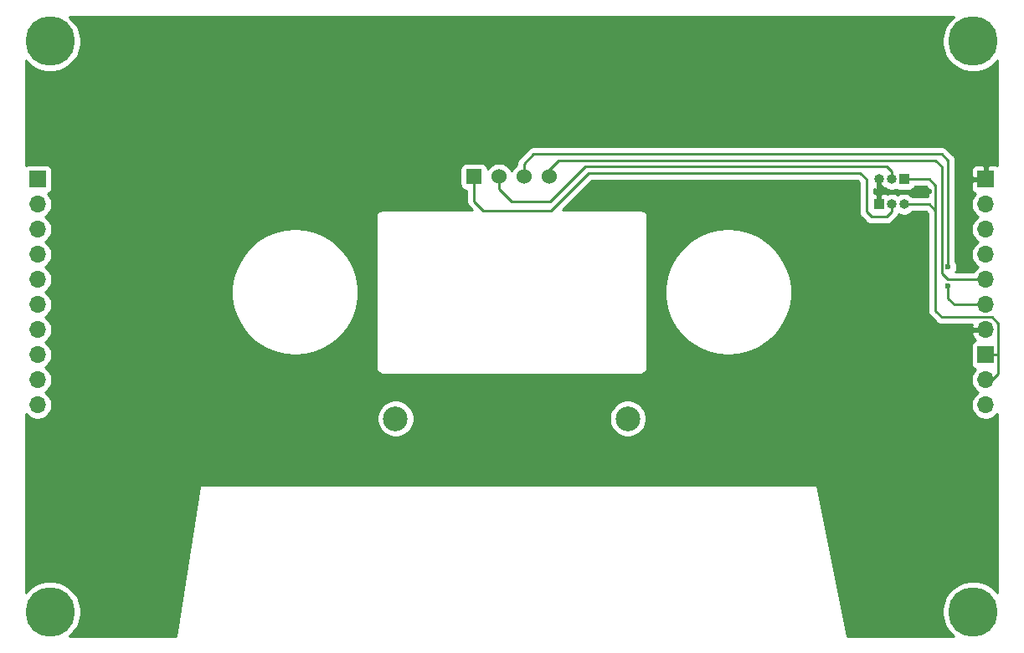
<source format=gbl>
G04 #@! TF.GenerationSoftware,KiCad,Pcbnew,(5.1.8)-1*
G04 #@! TF.CreationDate,2022-02-20T19:10:46+01:00*
G04 #@! TF.ProjectId,PlayOnTape Faceplate A1,506c6179-4f6e-4546-9170-652046616365,rev?*
G04 #@! TF.SameCoordinates,Original*
G04 #@! TF.FileFunction,Copper,L2,Bot*
G04 #@! TF.FilePolarity,Positive*
%FSLAX46Y46*%
G04 Gerber Fmt 4.6, Leading zero omitted, Abs format (unit mm)*
G04 Created by KiCad (PCBNEW (5.1.8)-1) date 2022-02-20 19:10:46*
%MOMM*%
%LPD*%
G01*
G04 APERTURE LIST*
G04 #@! TA.AperFunction,ComponentPad*
%ADD10O,1.700000X1.700000*%
G04 #@! TD*
G04 #@! TA.AperFunction,ComponentPad*
%ADD11R,1.700000X1.700000*%
G04 #@! TD*
G04 #@! TA.AperFunction,WasherPad*
%ADD12C,2.500000*%
G04 #@! TD*
G04 #@! TA.AperFunction,ComponentPad*
%ADD13R,1.524000X1.524000*%
G04 #@! TD*
G04 #@! TA.AperFunction,ComponentPad*
%ADD14C,1.524000*%
G04 #@! TD*
G04 #@! TA.AperFunction,ComponentPad*
%ADD15C,5.000000*%
G04 #@! TD*
G04 #@! TA.AperFunction,SMDPad,CuDef*
%ADD16O,1.000000X1.000000*%
G04 #@! TD*
G04 #@! TA.AperFunction,SMDPad,CuDef*
%ADD17R,1.000000X1.000000*%
G04 #@! TD*
G04 #@! TA.AperFunction,ViaPad*
%ADD18C,0.600000*%
G04 #@! TD*
G04 #@! TA.AperFunction,Conductor*
%ADD19C,0.250000*%
G04 #@! TD*
G04 #@! TA.AperFunction,Conductor*
%ADD20C,0.254000*%
G04 #@! TD*
G04 #@! TA.AperFunction,Conductor*
%ADD21C,0.100000*%
G04 #@! TD*
G04 APERTURE END LIST*
D10*
X72390000Y-118110000D03*
X72390000Y-115570000D03*
X72390000Y-113030000D03*
X72390000Y-110490000D03*
X72390000Y-107950000D03*
X72390000Y-105410000D03*
X72390000Y-102870000D03*
X72390000Y-100330000D03*
X72390000Y-97790000D03*
D11*
X72390000Y-95250000D03*
D12*
X132085000Y-119500000D03*
X108585000Y-119500000D03*
D13*
X116525000Y-95000000D03*
D14*
X119065000Y-95000000D03*
X121605000Y-95000000D03*
X124145000Y-95000000D03*
D11*
X168275000Y-95250000D03*
D10*
X168275000Y-97790000D03*
X168275000Y-100330000D03*
X168275000Y-102870000D03*
X168275000Y-105410000D03*
X168275000Y-107950000D03*
X168275000Y-110490000D03*
D15*
X73660000Y-139065000D03*
X167005000Y-139065000D03*
X167005000Y-81280000D03*
X73660000Y-81280000D03*
D11*
X168275000Y-113030000D03*
D10*
X168275000Y-115570000D03*
X168275000Y-118110000D03*
D16*
X157480000Y-95250000D03*
X158750000Y-95250000D03*
D17*
X160020000Y-95250000D03*
X157480000Y-97790000D03*
D16*
X158750000Y-97790000D03*
X160020000Y-97790000D03*
D18*
X162560000Y-96520000D03*
X164465000Y-106045000D03*
X164465000Y-104140000D03*
D19*
X158242000Y-96520000D02*
X162560000Y-96520000D01*
X157480000Y-95758000D02*
X158242000Y-96520000D01*
X157480000Y-95250000D02*
X157480000Y-95758000D01*
X124145000Y-94295000D02*
X124145000Y-95000000D01*
X125095000Y-93345000D02*
X124145000Y-94295000D01*
X163195000Y-93345000D02*
X125095000Y-93345000D01*
X163830000Y-93980000D02*
X163195000Y-93345000D01*
X163830000Y-104775000D02*
X163830000Y-93980000D01*
X164465000Y-105410000D02*
X163830000Y-104775000D01*
X168275000Y-105410000D02*
X164465000Y-105410000D01*
X168275000Y-107950000D02*
X165100000Y-107950000D01*
X164465000Y-107315000D02*
X164465000Y-106045000D01*
X165100000Y-107950000D02*
X164465000Y-107315000D01*
X121605000Y-93660000D02*
X121605000Y-95000000D01*
X122555000Y-92710000D02*
X121605000Y-93660000D01*
X163830000Y-92710000D02*
X122555000Y-92710000D01*
X164465000Y-93345000D02*
X163830000Y-92710000D01*
X164465000Y-104140000D02*
X164465000Y-93345000D01*
X168275000Y-113030000D02*
X169545000Y-113030000D01*
X169545000Y-114935000D02*
X168910000Y-115570000D01*
X169545000Y-113030000D02*
X169545000Y-114935000D01*
X168910000Y-115570000D02*
X168275000Y-115570000D01*
X163830000Y-109220000D02*
X168910000Y-109220000D01*
X168910000Y-109220000D02*
X169545000Y-109855000D01*
X163195000Y-108585000D02*
X163830000Y-109220000D01*
X169545000Y-109855000D02*
X169545000Y-113030000D01*
X162560000Y-97790000D02*
X163195000Y-98425000D01*
X160020000Y-97790000D02*
X162560000Y-97790000D01*
X160020000Y-95250000D02*
X162560000Y-95250000D01*
X163195000Y-95885000D02*
X163195000Y-98679000D01*
X162560000Y-95250000D02*
X163195000Y-95885000D01*
X163195000Y-98679000D02*
X163195000Y-108585000D01*
X163195000Y-98425000D02*
X163195000Y-98679000D01*
X117475000Y-98425000D02*
X116525000Y-97475000D01*
X124333000Y-98425000D02*
X117475000Y-98425000D01*
X128143000Y-94615000D02*
X124333000Y-98425000D01*
X116525000Y-97475000D02*
X116525000Y-95000000D01*
X156210000Y-95250000D02*
X155575000Y-94615000D01*
X156210000Y-98552000D02*
X156210000Y-95250000D01*
X156718000Y-99060000D02*
X156210000Y-98552000D01*
X155575000Y-94615000D02*
X128143000Y-94615000D01*
X158750000Y-98552000D02*
X158242000Y-99060000D01*
X158242000Y-99060000D02*
X156718000Y-99060000D01*
X158750000Y-97790000D02*
X158750000Y-98552000D01*
X158750000Y-95250000D02*
X158750000Y-94488000D01*
X158750000Y-94488000D02*
X158242000Y-93980000D01*
X158242000Y-93980000D02*
X157988000Y-93980000D01*
X158115000Y-93980000D02*
X157988000Y-93980000D01*
X119065000Y-96205000D02*
X119065000Y-95000000D01*
X120335000Y-97475000D02*
X119065000Y-96205000D01*
X124269500Y-97475000D02*
X120335000Y-97475000D01*
X127764500Y-93980000D02*
X124269500Y-97475000D01*
X157988000Y-93980000D02*
X127764500Y-93980000D01*
D20*
X165006554Y-78844886D02*
X164569886Y-79281554D01*
X164226799Y-79795021D01*
X163990476Y-80365554D01*
X163870000Y-80971229D01*
X163870000Y-81588771D01*
X163990476Y-82194446D01*
X164226799Y-82764979D01*
X164569886Y-83278446D01*
X165006554Y-83715114D01*
X165520021Y-84058201D01*
X166090554Y-84294524D01*
X166696229Y-84415000D01*
X167313771Y-84415000D01*
X167919446Y-84294524D01*
X168489979Y-84058201D01*
X169003446Y-83715114D01*
X169440114Y-83278446D01*
X169470001Y-83233717D01*
X169470001Y-93864389D01*
X169369180Y-93810498D01*
X169249482Y-93774188D01*
X169125000Y-93761928D01*
X168560750Y-93765000D01*
X168402000Y-93923750D01*
X168402000Y-95123000D01*
X168422000Y-95123000D01*
X168422000Y-95377000D01*
X168402000Y-95377000D01*
X168402000Y-95397000D01*
X168148000Y-95397000D01*
X168148000Y-95377000D01*
X166948750Y-95377000D01*
X166790000Y-95535750D01*
X166786928Y-96100000D01*
X166799188Y-96224482D01*
X166835498Y-96344180D01*
X166894463Y-96454494D01*
X166973815Y-96551185D01*
X167070506Y-96630537D01*
X167180820Y-96689502D01*
X167253380Y-96711513D01*
X167121525Y-96843368D01*
X166959010Y-97086589D01*
X166847068Y-97356842D01*
X166790000Y-97643740D01*
X166790000Y-97936260D01*
X166847068Y-98223158D01*
X166959010Y-98493411D01*
X167121525Y-98736632D01*
X167328368Y-98943475D01*
X167502760Y-99060000D01*
X167328368Y-99176525D01*
X167121525Y-99383368D01*
X166959010Y-99626589D01*
X166847068Y-99896842D01*
X166790000Y-100183740D01*
X166790000Y-100476260D01*
X166847068Y-100763158D01*
X166959010Y-101033411D01*
X167121525Y-101276632D01*
X167328368Y-101483475D01*
X167502760Y-101600000D01*
X167328368Y-101716525D01*
X167121525Y-101923368D01*
X166959010Y-102166589D01*
X166847068Y-102436842D01*
X166790000Y-102723740D01*
X166790000Y-103016260D01*
X166847068Y-103303158D01*
X166959010Y-103573411D01*
X167121525Y-103816632D01*
X167328368Y-104023475D01*
X167502760Y-104140000D01*
X167328368Y-104256525D01*
X167121525Y-104463368D01*
X166996822Y-104650000D01*
X165248744Y-104650000D01*
X165293586Y-104582889D01*
X165364068Y-104412729D01*
X165400000Y-104232089D01*
X165400000Y-104047911D01*
X165364068Y-103867271D01*
X165293586Y-103697111D01*
X165225000Y-103594465D01*
X165225000Y-94400000D01*
X166786928Y-94400000D01*
X166790000Y-94964250D01*
X166948750Y-95123000D01*
X168148000Y-95123000D01*
X168148000Y-93923750D01*
X167989250Y-93765000D01*
X167425000Y-93761928D01*
X167300518Y-93774188D01*
X167180820Y-93810498D01*
X167070506Y-93869463D01*
X166973815Y-93948815D01*
X166894463Y-94045506D01*
X166835498Y-94155820D01*
X166799188Y-94275518D01*
X166786928Y-94400000D01*
X165225000Y-94400000D01*
X165225000Y-93382333D01*
X165228677Y-93345000D01*
X165214003Y-93196014D01*
X165170546Y-93052753D01*
X165099974Y-92920724D01*
X165028799Y-92833997D01*
X165005001Y-92804999D01*
X164976002Y-92781200D01*
X164393803Y-92199002D01*
X164370001Y-92169999D01*
X164254276Y-92075026D01*
X164122247Y-92004454D01*
X163978986Y-91960997D01*
X163867333Y-91950000D01*
X163867322Y-91950000D01*
X163830000Y-91946324D01*
X163792678Y-91950000D01*
X122592323Y-91950000D01*
X122555000Y-91946324D01*
X122517677Y-91950000D01*
X122517667Y-91950000D01*
X122406014Y-91960997D01*
X122262753Y-92004454D01*
X122130723Y-92075026D01*
X122047083Y-92143668D01*
X122014999Y-92169999D01*
X121991201Y-92198997D01*
X121094002Y-93096196D01*
X121064999Y-93119999D01*
X121009871Y-93187174D01*
X120970026Y-93235724D01*
X120911602Y-93345027D01*
X120899454Y-93367754D01*
X120855997Y-93511015D01*
X120845000Y-93622668D01*
X120845000Y-93622678D01*
X120841324Y-93660000D01*
X120845000Y-93697323D01*
X120845000Y-93827659D01*
X120714465Y-93914880D01*
X120519880Y-94109465D01*
X120366995Y-94338273D01*
X120335000Y-94415515D01*
X120303005Y-94338273D01*
X120150120Y-94109465D01*
X119955535Y-93914880D01*
X119726727Y-93761995D01*
X119472490Y-93656686D01*
X119202592Y-93603000D01*
X118927408Y-93603000D01*
X118657510Y-93656686D01*
X118403273Y-93761995D01*
X118174465Y-93914880D01*
X117979880Y-94109465D01*
X117921080Y-94197465D01*
X117912812Y-94113518D01*
X117876502Y-93993820D01*
X117817537Y-93883506D01*
X117738185Y-93786815D01*
X117641494Y-93707463D01*
X117531180Y-93648498D01*
X117411482Y-93612188D01*
X117287000Y-93599928D01*
X115763000Y-93599928D01*
X115638518Y-93612188D01*
X115518820Y-93648498D01*
X115408506Y-93707463D01*
X115311815Y-93786815D01*
X115232463Y-93883506D01*
X115173498Y-93993820D01*
X115137188Y-94113518D01*
X115124928Y-94238000D01*
X115124928Y-95762000D01*
X115137188Y-95886482D01*
X115173498Y-96006180D01*
X115232463Y-96116494D01*
X115311815Y-96213185D01*
X115408506Y-96292537D01*
X115518820Y-96351502D01*
X115638518Y-96387812D01*
X115763000Y-96400072D01*
X115765000Y-96400072D01*
X115765000Y-97437677D01*
X115761324Y-97475000D01*
X115765000Y-97512322D01*
X115765000Y-97512332D01*
X115775997Y-97623985D01*
X115804957Y-97719454D01*
X115819454Y-97767246D01*
X115890026Y-97899276D01*
X115922615Y-97938985D01*
X115984999Y-98015001D01*
X116014002Y-98038804D01*
X116325199Y-98350000D01*
X107349877Y-98350000D01*
X107315000Y-98346565D01*
X107280123Y-98350000D01*
X107175816Y-98360273D01*
X107041980Y-98400872D01*
X106918637Y-98466800D01*
X106810525Y-98555525D01*
X106721800Y-98663637D01*
X106655872Y-98786980D01*
X106615273Y-98920816D01*
X106601565Y-99060000D01*
X106605001Y-99094887D01*
X106605000Y-114265123D01*
X106601565Y-114300000D01*
X106615273Y-114439184D01*
X106655872Y-114573020D01*
X106721800Y-114696363D01*
X106810525Y-114804475D01*
X106918637Y-114893200D01*
X107041980Y-114959128D01*
X107175816Y-114999727D01*
X107315000Y-115013435D01*
X107349877Y-115010000D01*
X133315123Y-115010000D01*
X133350000Y-115013435D01*
X133384877Y-115010000D01*
X133489184Y-114999727D01*
X133623020Y-114959128D01*
X133746363Y-114893200D01*
X133854475Y-114804475D01*
X133943200Y-114696363D01*
X134009128Y-114573020D01*
X134049727Y-114439184D01*
X134063435Y-114300000D01*
X134060000Y-114265123D01*
X134060000Y-106147776D01*
X135817013Y-106147776D01*
X135817013Y-107212224D01*
X135992215Y-108262154D01*
X136337841Y-109268927D01*
X136844462Y-110205081D01*
X137498259Y-111045080D01*
X138281399Y-111766011D01*
X139172519Y-112348208D01*
X140147312Y-112775792D01*
X141179188Y-113037099D01*
X142240000Y-113125000D01*
X143300812Y-113037099D01*
X144332688Y-112775792D01*
X145307481Y-112348208D01*
X146198601Y-111766011D01*
X146981741Y-111045080D01*
X147635538Y-110205081D01*
X148142159Y-109268927D01*
X148487785Y-108262154D01*
X148662987Y-107212224D01*
X148662987Y-106147776D01*
X148487785Y-105097846D01*
X148142159Y-104091073D01*
X147635538Y-103154919D01*
X146981741Y-102314920D01*
X146198601Y-101593989D01*
X145307481Y-101011792D01*
X144332688Y-100584208D01*
X143300812Y-100322901D01*
X142240000Y-100235000D01*
X141179188Y-100322901D01*
X140147312Y-100584208D01*
X139172519Y-101011792D01*
X138281399Y-101593989D01*
X137498259Y-102314920D01*
X136844462Y-103154919D01*
X136337841Y-104091073D01*
X135992215Y-105097846D01*
X135817013Y-106147776D01*
X134060000Y-106147776D01*
X134060000Y-99094877D01*
X134063435Y-99060000D01*
X134049727Y-98920816D01*
X134009128Y-98786980D01*
X133943200Y-98663637D01*
X133854475Y-98555525D01*
X133746363Y-98466800D01*
X133623020Y-98400872D01*
X133489184Y-98360273D01*
X133384877Y-98350000D01*
X133350000Y-98346565D01*
X133315123Y-98350000D01*
X125482801Y-98350000D01*
X128457802Y-95375000D01*
X155260199Y-95375000D01*
X155450001Y-95564803D01*
X155450000Y-98514677D01*
X155446324Y-98552000D01*
X155450000Y-98589322D01*
X155450000Y-98589332D01*
X155460997Y-98700985D01*
X155489766Y-98795824D01*
X155504454Y-98844246D01*
X155575026Y-98976276D01*
X155605994Y-99014010D01*
X155669999Y-99092001D01*
X155699002Y-99115803D01*
X156154200Y-99571002D01*
X156177999Y-99600001D01*
X156293724Y-99694974D01*
X156425753Y-99765546D01*
X156569014Y-99809003D01*
X156680667Y-99820000D01*
X156680676Y-99820000D01*
X156717999Y-99823676D01*
X156755322Y-99820000D01*
X158204678Y-99820000D01*
X158242000Y-99823676D01*
X158279322Y-99820000D01*
X158279333Y-99820000D01*
X158390986Y-99809003D01*
X158534247Y-99765546D01*
X158666276Y-99694974D01*
X158782001Y-99600001D01*
X158805803Y-99570998D01*
X159261002Y-99115800D01*
X159290001Y-99092001D01*
X159384974Y-98976276D01*
X159455546Y-98844247D01*
X159472281Y-98789079D01*
X159482376Y-98795824D01*
X159688933Y-98881383D01*
X159908212Y-98925000D01*
X160131788Y-98925000D01*
X160351067Y-98881383D01*
X160557624Y-98795824D01*
X160743520Y-98671612D01*
X160865132Y-98550000D01*
X162245199Y-98550000D01*
X162435000Y-98739802D01*
X162435001Y-108547668D01*
X162431324Y-108585000D01*
X162435001Y-108622333D01*
X162442553Y-108699003D01*
X162445998Y-108733985D01*
X162489454Y-108877246D01*
X162560026Y-109009276D01*
X162627361Y-109091323D01*
X162655000Y-109125001D01*
X162683998Y-109148799D01*
X163266200Y-109731002D01*
X163289999Y-109760001D01*
X163405724Y-109854974D01*
X163537753Y-109925546D01*
X163681014Y-109969003D01*
X163830000Y-109983677D01*
X163867333Y-109980000D01*
X166880986Y-109980000D01*
X166878175Y-109985901D01*
X166833524Y-110133110D01*
X166954845Y-110363000D01*
X168148000Y-110363000D01*
X168148000Y-110343000D01*
X168402000Y-110343000D01*
X168402000Y-110363000D01*
X168422000Y-110363000D01*
X168422000Y-110617000D01*
X168402000Y-110617000D01*
X168402000Y-110637000D01*
X168148000Y-110637000D01*
X168148000Y-110617000D01*
X166954845Y-110617000D01*
X166833524Y-110846890D01*
X166878175Y-110994099D01*
X167003359Y-111256920D01*
X167177412Y-111490269D01*
X167261466Y-111566034D01*
X167180820Y-111590498D01*
X167070506Y-111649463D01*
X166973815Y-111728815D01*
X166894463Y-111825506D01*
X166835498Y-111935820D01*
X166799188Y-112055518D01*
X166786928Y-112180000D01*
X166786928Y-113880000D01*
X166799188Y-114004482D01*
X166835498Y-114124180D01*
X166894463Y-114234494D01*
X166973815Y-114331185D01*
X167070506Y-114410537D01*
X167180820Y-114469502D01*
X167253380Y-114491513D01*
X167121525Y-114623368D01*
X166959010Y-114866589D01*
X166847068Y-115136842D01*
X166790000Y-115423740D01*
X166790000Y-115716260D01*
X166847068Y-116003158D01*
X166959010Y-116273411D01*
X167121525Y-116516632D01*
X167328368Y-116723475D01*
X167502760Y-116840000D01*
X167328368Y-116956525D01*
X167121525Y-117163368D01*
X166959010Y-117406589D01*
X166847068Y-117676842D01*
X166790000Y-117963740D01*
X166790000Y-118256260D01*
X166847068Y-118543158D01*
X166959010Y-118813411D01*
X167121525Y-119056632D01*
X167328368Y-119263475D01*
X167571589Y-119425990D01*
X167841842Y-119537932D01*
X168128740Y-119595000D01*
X168421260Y-119595000D01*
X168708158Y-119537932D01*
X168978411Y-119425990D01*
X169221632Y-119263475D01*
X169428475Y-119056632D01*
X169470000Y-118994485D01*
X169470000Y-137111282D01*
X169440114Y-137066554D01*
X169003446Y-136629886D01*
X168489979Y-136286799D01*
X167919446Y-136050476D01*
X167313771Y-135930000D01*
X166696229Y-135930000D01*
X166090554Y-136050476D01*
X165520021Y-136286799D01*
X165006554Y-136629886D01*
X164569886Y-137066554D01*
X164226799Y-137580021D01*
X163990476Y-138150554D01*
X163870000Y-138756229D01*
X163870000Y-139373771D01*
X163990476Y-139979446D01*
X164226799Y-140549979D01*
X164569886Y-141063446D01*
X165006554Y-141500114D01*
X165051282Y-141530000D01*
X154292515Y-141530000D01*
X151254534Y-126340093D01*
X151247333Y-126316399D01*
X151235597Y-126294443D01*
X151219803Y-126275197D01*
X151200557Y-126259403D01*
X151178601Y-126247667D01*
X151154776Y-126240440D01*
X151130000Y-126238000D01*
X88900000Y-126238000D01*
X88870547Y-126241462D01*
X88847012Y-126249582D01*
X88825513Y-126262137D01*
X88806877Y-126278645D01*
X88791819Y-126298472D01*
X88780919Y-126320855D01*
X88774595Y-126344935D01*
X86344985Y-141530000D01*
X75613718Y-141530000D01*
X75658446Y-141500114D01*
X76095114Y-141063446D01*
X76438201Y-140549979D01*
X76674524Y-139979446D01*
X76795000Y-139373771D01*
X76795000Y-138756229D01*
X76674524Y-138150554D01*
X76438201Y-137580021D01*
X76095114Y-137066554D01*
X75658446Y-136629886D01*
X75144979Y-136286799D01*
X74574446Y-136050476D01*
X73968771Y-135930000D01*
X73351229Y-135930000D01*
X72745554Y-136050476D01*
X72175021Y-136286799D01*
X71661554Y-136629886D01*
X71224886Y-137066554D01*
X71195000Y-137111282D01*
X71195000Y-118994485D01*
X71236525Y-119056632D01*
X71443368Y-119263475D01*
X71686589Y-119425990D01*
X71956842Y-119537932D01*
X72243740Y-119595000D01*
X72536260Y-119595000D01*
X72823158Y-119537932D01*
X73093411Y-119425990D01*
X73260501Y-119314344D01*
X106700000Y-119314344D01*
X106700000Y-119685656D01*
X106772439Y-120049834D01*
X106914534Y-120392882D01*
X107120825Y-120701618D01*
X107383382Y-120964175D01*
X107692118Y-121170466D01*
X108035166Y-121312561D01*
X108399344Y-121385000D01*
X108770656Y-121385000D01*
X109134834Y-121312561D01*
X109477882Y-121170466D01*
X109786618Y-120964175D01*
X110049175Y-120701618D01*
X110255466Y-120392882D01*
X110397561Y-120049834D01*
X110470000Y-119685656D01*
X110470000Y-119314344D01*
X130200000Y-119314344D01*
X130200000Y-119685656D01*
X130272439Y-120049834D01*
X130414534Y-120392882D01*
X130620825Y-120701618D01*
X130883382Y-120964175D01*
X131192118Y-121170466D01*
X131535166Y-121312561D01*
X131899344Y-121385000D01*
X132270656Y-121385000D01*
X132634834Y-121312561D01*
X132977882Y-121170466D01*
X133286618Y-120964175D01*
X133549175Y-120701618D01*
X133755466Y-120392882D01*
X133897561Y-120049834D01*
X133970000Y-119685656D01*
X133970000Y-119314344D01*
X133897561Y-118950166D01*
X133755466Y-118607118D01*
X133549175Y-118298382D01*
X133286618Y-118035825D01*
X132977882Y-117829534D01*
X132634834Y-117687439D01*
X132270656Y-117615000D01*
X131899344Y-117615000D01*
X131535166Y-117687439D01*
X131192118Y-117829534D01*
X130883382Y-118035825D01*
X130620825Y-118298382D01*
X130414534Y-118607118D01*
X130272439Y-118950166D01*
X130200000Y-119314344D01*
X110470000Y-119314344D01*
X110397561Y-118950166D01*
X110255466Y-118607118D01*
X110049175Y-118298382D01*
X109786618Y-118035825D01*
X109477882Y-117829534D01*
X109134834Y-117687439D01*
X108770656Y-117615000D01*
X108399344Y-117615000D01*
X108035166Y-117687439D01*
X107692118Y-117829534D01*
X107383382Y-118035825D01*
X107120825Y-118298382D01*
X106914534Y-118607118D01*
X106772439Y-118950166D01*
X106700000Y-119314344D01*
X73260501Y-119314344D01*
X73336632Y-119263475D01*
X73543475Y-119056632D01*
X73705990Y-118813411D01*
X73817932Y-118543158D01*
X73875000Y-118256260D01*
X73875000Y-117963740D01*
X73817932Y-117676842D01*
X73705990Y-117406589D01*
X73543475Y-117163368D01*
X73336632Y-116956525D01*
X73162240Y-116840000D01*
X73336632Y-116723475D01*
X73543475Y-116516632D01*
X73705990Y-116273411D01*
X73817932Y-116003158D01*
X73875000Y-115716260D01*
X73875000Y-115423740D01*
X73817932Y-115136842D01*
X73705990Y-114866589D01*
X73543475Y-114623368D01*
X73336632Y-114416525D01*
X73162240Y-114300000D01*
X73336632Y-114183475D01*
X73543475Y-113976632D01*
X73705990Y-113733411D01*
X73817932Y-113463158D01*
X73875000Y-113176260D01*
X73875000Y-112883740D01*
X73817932Y-112596842D01*
X73705990Y-112326589D01*
X73543475Y-112083368D01*
X73336632Y-111876525D01*
X73162240Y-111760000D01*
X73336632Y-111643475D01*
X73543475Y-111436632D01*
X73705990Y-111193411D01*
X73817932Y-110923158D01*
X73875000Y-110636260D01*
X73875000Y-110343740D01*
X73817932Y-110056842D01*
X73705990Y-109786589D01*
X73543475Y-109543368D01*
X73336632Y-109336525D01*
X73162240Y-109220000D01*
X73336632Y-109103475D01*
X73543475Y-108896632D01*
X73705990Y-108653411D01*
X73817932Y-108383158D01*
X73875000Y-108096260D01*
X73875000Y-107803740D01*
X73817932Y-107516842D01*
X73705990Y-107246589D01*
X73543475Y-107003368D01*
X73336632Y-106796525D01*
X73162240Y-106680000D01*
X73336632Y-106563475D01*
X73543475Y-106356632D01*
X73683028Y-106147776D01*
X92002013Y-106147776D01*
X92002013Y-107212224D01*
X92177215Y-108262154D01*
X92522841Y-109268927D01*
X93029462Y-110205081D01*
X93683259Y-111045080D01*
X94466399Y-111766011D01*
X95357519Y-112348208D01*
X96332312Y-112775792D01*
X97364188Y-113037099D01*
X98425000Y-113125000D01*
X99485812Y-113037099D01*
X100517688Y-112775792D01*
X101492481Y-112348208D01*
X102383601Y-111766011D01*
X103166741Y-111045080D01*
X103820538Y-110205081D01*
X104327159Y-109268927D01*
X104672785Y-108262154D01*
X104847987Y-107212224D01*
X104847987Y-106147776D01*
X104672785Y-105097846D01*
X104327159Y-104091073D01*
X103820538Y-103154919D01*
X103166741Y-102314920D01*
X102383601Y-101593989D01*
X101492481Y-101011792D01*
X100517688Y-100584208D01*
X99485812Y-100322901D01*
X98425000Y-100235000D01*
X97364188Y-100322901D01*
X96332312Y-100584208D01*
X95357519Y-101011792D01*
X94466399Y-101593989D01*
X93683259Y-102314920D01*
X93029462Y-103154919D01*
X92522841Y-104091073D01*
X92177215Y-105097846D01*
X92002013Y-106147776D01*
X73683028Y-106147776D01*
X73705990Y-106113411D01*
X73817932Y-105843158D01*
X73875000Y-105556260D01*
X73875000Y-105263740D01*
X73817932Y-104976842D01*
X73705990Y-104706589D01*
X73543475Y-104463368D01*
X73336632Y-104256525D01*
X73162240Y-104140000D01*
X73336632Y-104023475D01*
X73543475Y-103816632D01*
X73705990Y-103573411D01*
X73817932Y-103303158D01*
X73875000Y-103016260D01*
X73875000Y-102723740D01*
X73817932Y-102436842D01*
X73705990Y-102166589D01*
X73543475Y-101923368D01*
X73336632Y-101716525D01*
X73162240Y-101600000D01*
X73336632Y-101483475D01*
X73543475Y-101276632D01*
X73705990Y-101033411D01*
X73817932Y-100763158D01*
X73875000Y-100476260D01*
X73875000Y-100183740D01*
X73817932Y-99896842D01*
X73705990Y-99626589D01*
X73543475Y-99383368D01*
X73336632Y-99176525D01*
X73162240Y-99060000D01*
X73336632Y-98943475D01*
X73543475Y-98736632D01*
X73705990Y-98493411D01*
X73817932Y-98223158D01*
X73875000Y-97936260D01*
X73875000Y-97643740D01*
X73817932Y-97356842D01*
X73705990Y-97086589D01*
X73543475Y-96843368D01*
X73411620Y-96711513D01*
X73484180Y-96689502D01*
X73594494Y-96630537D01*
X73691185Y-96551185D01*
X73770537Y-96454494D01*
X73829502Y-96344180D01*
X73865812Y-96224482D01*
X73878072Y-96100000D01*
X73878072Y-94400000D01*
X73865812Y-94275518D01*
X73829502Y-94155820D01*
X73770537Y-94045506D01*
X73691185Y-93948815D01*
X73594494Y-93869463D01*
X73484180Y-93810498D01*
X73364482Y-93774188D01*
X73240000Y-93761928D01*
X71540000Y-93761928D01*
X71415518Y-93774188D01*
X71295820Y-93810498D01*
X71195000Y-93864388D01*
X71195000Y-83233718D01*
X71224886Y-83278446D01*
X71661554Y-83715114D01*
X72175021Y-84058201D01*
X72745554Y-84294524D01*
X73351229Y-84415000D01*
X73968771Y-84415000D01*
X74574446Y-84294524D01*
X75144979Y-84058201D01*
X75658446Y-83715114D01*
X76095114Y-83278446D01*
X76438201Y-82764979D01*
X76674524Y-82194446D01*
X76795000Y-81588771D01*
X76795000Y-80971229D01*
X76674524Y-80365554D01*
X76438201Y-79795021D01*
X76095114Y-79281554D01*
X75658446Y-78844886D01*
X75613718Y-78815000D01*
X165051282Y-78815000D01*
X165006554Y-78844886D01*
G04 #@! TA.AperFunction,Conductor*
D21*
G36*
X165006554Y-78844886D02*
G01*
X164569886Y-79281554D01*
X164226799Y-79795021D01*
X163990476Y-80365554D01*
X163870000Y-80971229D01*
X163870000Y-81588771D01*
X163990476Y-82194446D01*
X164226799Y-82764979D01*
X164569886Y-83278446D01*
X165006554Y-83715114D01*
X165520021Y-84058201D01*
X166090554Y-84294524D01*
X166696229Y-84415000D01*
X167313771Y-84415000D01*
X167919446Y-84294524D01*
X168489979Y-84058201D01*
X169003446Y-83715114D01*
X169440114Y-83278446D01*
X169470001Y-83233717D01*
X169470001Y-93864389D01*
X169369180Y-93810498D01*
X169249482Y-93774188D01*
X169125000Y-93761928D01*
X168560750Y-93765000D01*
X168402000Y-93923750D01*
X168402000Y-95123000D01*
X168422000Y-95123000D01*
X168422000Y-95377000D01*
X168402000Y-95377000D01*
X168402000Y-95397000D01*
X168148000Y-95397000D01*
X168148000Y-95377000D01*
X166948750Y-95377000D01*
X166790000Y-95535750D01*
X166786928Y-96100000D01*
X166799188Y-96224482D01*
X166835498Y-96344180D01*
X166894463Y-96454494D01*
X166973815Y-96551185D01*
X167070506Y-96630537D01*
X167180820Y-96689502D01*
X167253380Y-96711513D01*
X167121525Y-96843368D01*
X166959010Y-97086589D01*
X166847068Y-97356842D01*
X166790000Y-97643740D01*
X166790000Y-97936260D01*
X166847068Y-98223158D01*
X166959010Y-98493411D01*
X167121525Y-98736632D01*
X167328368Y-98943475D01*
X167502760Y-99060000D01*
X167328368Y-99176525D01*
X167121525Y-99383368D01*
X166959010Y-99626589D01*
X166847068Y-99896842D01*
X166790000Y-100183740D01*
X166790000Y-100476260D01*
X166847068Y-100763158D01*
X166959010Y-101033411D01*
X167121525Y-101276632D01*
X167328368Y-101483475D01*
X167502760Y-101600000D01*
X167328368Y-101716525D01*
X167121525Y-101923368D01*
X166959010Y-102166589D01*
X166847068Y-102436842D01*
X166790000Y-102723740D01*
X166790000Y-103016260D01*
X166847068Y-103303158D01*
X166959010Y-103573411D01*
X167121525Y-103816632D01*
X167328368Y-104023475D01*
X167502760Y-104140000D01*
X167328368Y-104256525D01*
X167121525Y-104463368D01*
X166996822Y-104650000D01*
X165248744Y-104650000D01*
X165293586Y-104582889D01*
X165364068Y-104412729D01*
X165400000Y-104232089D01*
X165400000Y-104047911D01*
X165364068Y-103867271D01*
X165293586Y-103697111D01*
X165225000Y-103594465D01*
X165225000Y-94400000D01*
X166786928Y-94400000D01*
X166790000Y-94964250D01*
X166948750Y-95123000D01*
X168148000Y-95123000D01*
X168148000Y-93923750D01*
X167989250Y-93765000D01*
X167425000Y-93761928D01*
X167300518Y-93774188D01*
X167180820Y-93810498D01*
X167070506Y-93869463D01*
X166973815Y-93948815D01*
X166894463Y-94045506D01*
X166835498Y-94155820D01*
X166799188Y-94275518D01*
X166786928Y-94400000D01*
X165225000Y-94400000D01*
X165225000Y-93382333D01*
X165228677Y-93345000D01*
X165214003Y-93196014D01*
X165170546Y-93052753D01*
X165099974Y-92920724D01*
X165028799Y-92833997D01*
X165005001Y-92804999D01*
X164976002Y-92781200D01*
X164393803Y-92199002D01*
X164370001Y-92169999D01*
X164254276Y-92075026D01*
X164122247Y-92004454D01*
X163978986Y-91960997D01*
X163867333Y-91950000D01*
X163867322Y-91950000D01*
X163830000Y-91946324D01*
X163792678Y-91950000D01*
X122592323Y-91950000D01*
X122555000Y-91946324D01*
X122517677Y-91950000D01*
X122517667Y-91950000D01*
X122406014Y-91960997D01*
X122262753Y-92004454D01*
X122130723Y-92075026D01*
X122047083Y-92143668D01*
X122014999Y-92169999D01*
X121991201Y-92198997D01*
X121094002Y-93096196D01*
X121064999Y-93119999D01*
X121009871Y-93187174D01*
X120970026Y-93235724D01*
X120911602Y-93345027D01*
X120899454Y-93367754D01*
X120855997Y-93511015D01*
X120845000Y-93622668D01*
X120845000Y-93622678D01*
X120841324Y-93660000D01*
X120845000Y-93697323D01*
X120845000Y-93827659D01*
X120714465Y-93914880D01*
X120519880Y-94109465D01*
X120366995Y-94338273D01*
X120335000Y-94415515D01*
X120303005Y-94338273D01*
X120150120Y-94109465D01*
X119955535Y-93914880D01*
X119726727Y-93761995D01*
X119472490Y-93656686D01*
X119202592Y-93603000D01*
X118927408Y-93603000D01*
X118657510Y-93656686D01*
X118403273Y-93761995D01*
X118174465Y-93914880D01*
X117979880Y-94109465D01*
X117921080Y-94197465D01*
X117912812Y-94113518D01*
X117876502Y-93993820D01*
X117817537Y-93883506D01*
X117738185Y-93786815D01*
X117641494Y-93707463D01*
X117531180Y-93648498D01*
X117411482Y-93612188D01*
X117287000Y-93599928D01*
X115763000Y-93599928D01*
X115638518Y-93612188D01*
X115518820Y-93648498D01*
X115408506Y-93707463D01*
X115311815Y-93786815D01*
X115232463Y-93883506D01*
X115173498Y-93993820D01*
X115137188Y-94113518D01*
X115124928Y-94238000D01*
X115124928Y-95762000D01*
X115137188Y-95886482D01*
X115173498Y-96006180D01*
X115232463Y-96116494D01*
X115311815Y-96213185D01*
X115408506Y-96292537D01*
X115518820Y-96351502D01*
X115638518Y-96387812D01*
X115763000Y-96400072D01*
X115765000Y-96400072D01*
X115765000Y-97437677D01*
X115761324Y-97475000D01*
X115765000Y-97512322D01*
X115765000Y-97512332D01*
X115775997Y-97623985D01*
X115804957Y-97719454D01*
X115819454Y-97767246D01*
X115890026Y-97899276D01*
X115922615Y-97938985D01*
X115984999Y-98015001D01*
X116014002Y-98038804D01*
X116325199Y-98350000D01*
X107349877Y-98350000D01*
X107315000Y-98346565D01*
X107280123Y-98350000D01*
X107175816Y-98360273D01*
X107041980Y-98400872D01*
X106918637Y-98466800D01*
X106810525Y-98555525D01*
X106721800Y-98663637D01*
X106655872Y-98786980D01*
X106615273Y-98920816D01*
X106601565Y-99060000D01*
X106605001Y-99094887D01*
X106605000Y-114265123D01*
X106601565Y-114300000D01*
X106615273Y-114439184D01*
X106655872Y-114573020D01*
X106721800Y-114696363D01*
X106810525Y-114804475D01*
X106918637Y-114893200D01*
X107041980Y-114959128D01*
X107175816Y-114999727D01*
X107315000Y-115013435D01*
X107349877Y-115010000D01*
X133315123Y-115010000D01*
X133350000Y-115013435D01*
X133384877Y-115010000D01*
X133489184Y-114999727D01*
X133623020Y-114959128D01*
X133746363Y-114893200D01*
X133854475Y-114804475D01*
X133943200Y-114696363D01*
X134009128Y-114573020D01*
X134049727Y-114439184D01*
X134063435Y-114300000D01*
X134060000Y-114265123D01*
X134060000Y-106147776D01*
X135817013Y-106147776D01*
X135817013Y-107212224D01*
X135992215Y-108262154D01*
X136337841Y-109268927D01*
X136844462Y-110205081D01*
X137498259Y-111045080D01*
X138281399Y-111766011D01*
X139172519Y-112348208D01*
X140147312Y-112775792D01*
X141179188Y-113037099D01*
X142240000Y-113125000D01*
X143300812Y-113037099D01*
X144332688Y-112775792D01*
X145307481Y-112348208D01*
X146198601Y-111766011D01*
X146981741Y-111045080D01*
X147635538Y-110205081D01*
X148142159Y-109268927D01*
X148487785Y-108262154D01*
X148662987Y-107212224D01*
X148662987Y-106147776D01*
X148487785Y-105097846D01*
X148142159Y-104091073D01*
X147635538Y-103154919D01*
X146981741Y-102314920D01*
X146198601Y-101593989D01*
X145307481Y-101011792D01*
X144332688Y-100584208D01*
X143300812Y-100322901D01*
X142240000Y-100235000D01*
X141179188Y-100322901D01*
X140147312Y-100584208D01*
X139172519Y-101011792D01*
X138281399Y-101593989D01*
X137498259Y-102314920D01*
X136844462Y-103154919D01*
X136337841Y-104091073D01*
X135992215Y-105097846D01*
X135817013Y-106147776D01*
X134060000Y-106147776D01*
X134060000Y-99094877D01*
X134063435Y-99060000D01*
X134049727Y-98920816D01*
X134009128Y-98786980D01*
X133943200Y-98663637D01*
X133854475Y-98555525D01*
X133746363Y-98466800D01*
X133623020Y-98400872D01*
X133489184Y-98360273D01*
X133384877Y-98350000D01*
X133350000Y-98346565D01*
X133315123Y-98350000D01*
X125482801Y-98350000D01*
X128457802Y-95375000D01*
X155260199Y-95375000D01*
X155450001Y-95564803D01*
X155450000Y-98514677D01*
X155446324Y-98552000D01*
X155450000Y-98589322D01*
X155450000Y-98589332D01*
X155460997Y-98700985D01*
X155489766Y-98795824D01*
X155504454Y-98844246D01*
X155575026Y-98976276D01*
X155605994Y-99014010D01*
X155669999Y-99092001D01*
X155699002Y-99115803D01*
X156154200Y-99571002D01*
X156177999Y-99600001D01*
X156293724Y-99694974D01*
X156425753Y-99765546D01*
X156569014Y-99809003D01*
X156680667Y-99820000D01*
X156680676Y-99820000D01*
X156717999Y-99823676D01*
X156755322Y-99820000D01*
X158204678Y-99820000D01*
X158242000Y-99823676D01*
X158279322Y-99820000D01*
X158279333Y-99820000D01*
X158390986Y-99809003D01*
X158534247Y-99765546D01*
X158666276Y-99694974D01*
X158782001Y-99600001D01*
X158805803Y-99570998D01*
X159261002Y-99115800D01*
X159290001Y-99092001D01*
X159384974Y-98976276D01*
X159455546Y-98844247D01*
X159472281Y-98789079D01*
X159482376Y-98795824D01*
X159688933Y-98881383D01*
X159908212Y-98925000D01*
X160131788Y-98925000D01*
X160351067Y-98881383D01*
X160557624Y-98795824D01*
X160743520Y-98671612D01*
X160865132Y-98550000D01*
X162245199Y-98550000D01*
X162435000Y-98739802D01*
X162435001Y-108547668D01*
X162431324Y-108585000D01*
X162435001Y-108622333D01*
X162442553Y-108699003D01*
X162445998Y-108733985D01*
X162489454Y-108877246D01*
X162560026Y-109009276D01*
X162627361Y-109091323D01*
X162655000Y-109125001D01*
X162683998Y-109148799D01*
X163266200Y-109731002D01*
X163289999Y-109760001D01*
X163405724Y-109854974D01*
X163537753Y-109925546D01*
X163681014Y-109969003D01*
X163830000Y-109983677D01*
X163867333Y-109980000D01*
X166880986Y-109980000D01*
X166878175Y-109985901D01*
X166833524Y-110133110D01*
X166954845Y-110363000D01*
X168148000Y-110363000D01*
X168148000Y-110343000D01*
X168402000Y-110343000D01*
X168402000Y-110363000D01*
X168422000Y-110363000D01*
X168422000Y-110617000D01*
X168402000Y-110617000D01*
X168402000Y-110637000D01*
X168148000Y-110637000D01*
X168148000Y-110617000D01*
X166954845Y-110617000D01*
X166833524Y-110846890D01*
X166878175Y-110994099D01*
X167003359Y-111256920D01*
X167177412Y-111490269D01*
X167261466Y-111566034D01*
X167180820Y-111590498D01*
X167070506Y-111649463D01*
X166973815Y-111728815D01*
X166894463Y-111825506D01*
X166835498Y-111935820D01*
X166799188Y-112055518D01*
X166786928Y-112180000D01*
X166786928Y-113880000D01*
X166799188Y-114004482D01*
X166835498Y-114124180D01*
X166894463Y-114234494D01*
X166973815Y-114331185D01*
X167070506Y-114410537D01*
X167180820Y-114469502D01*
X167253380Y-114491513D01*
X167121525Y-114623368D01*
X166959010Y-114866589D01*
X166847068Y-115136842D01*
X166790000Y-115423740D01*
X166790000Y-115716260D01*
X166847068Y-116003158D01*
X166959010Y-116273411D01*
X167121525Y-116516632D01*
X167328368Y-116723475D01*
X167502760Y-116840000D01*
X167328368Y-116956525D01*
X167121525Y-117163368D01*
X166959010Y-117406589D01*
X166847068Y-117676842D01*
X166790000Y-117963740D01*
X166790000Y-118256260D01*
X166847068Y-118543158D01*
X166959010Y-118813411D01*
X167121525Y-119056632D01*
X167328368Y-119263475D01*
X167571589Y-119425990D01*
X167841842Y-119537932D01*
X168128740Y-119595000D01*
X168421260Y-119595000D01*
X168708158Y-119537932D01*
X168978411Y-119425990D01*
X169221632Y-119263475D01*
X169428475Y-119056632D01*
X169470000Y-118994485D01*
X169470000Y-137111282D01*
X169440114Y-137066554D01*
X169003446Y-136629886D01*
X168489979Y-136286799D01*
X167919446Y-136050476D01*
X167313771Y-135930000D01*
X166696229Y-135930000D01*
X166090554Y-136050476D01*
X165520021Y-136286799D01*
X165006554Y-136629886D01*
X164569886Y-137066554D01*
X164226799Y-137580021D01*
X163990476Y-138150554D01*
X163870000Y-138756229D01*
X163870000Y-139373771D01*
X163990476Y-139979446D01*
X164226799Y-140549979D01*
X164569886Y-141063446D01*
X165006554Y-141500114D01*
X165051282Y-141530000D01*
X154292515Y-141530000D01*
X151254534Y-126340093D01*
X151247333Y-126316399D01*
X151235597Y-126294443D01*
X151219803Y-126275197D01*
X151200557Y-126259403D01*
X151178601Y-126247667D01*
X151154776Y-126240440D01*
X151130000Y-126238000D01*
X88900000Y-126238000D01*
X88870547Y-126241462D01*
X88847012Y-126249582D01*
X88825513Y-126262137D01*
X88806877Y-126278645D01*
X88791819Y-126298472D01*
X88780919Y-126320855D01*
X88774595Y-126344935D01*
X86344985Y-141530000D01*
X75613718Y-141530000D01*
X75658446Y-141500114D01*
X76095114Y-141063446D01*
X76438201Y-140549979D01*
X76674524Y-139979446D01*
X76795000Y-139373771D01*
X76795000Y-138756229D01*
X76674524Y-138150554D01*
X76438201Y-137580021D01*
X76095114Y-137066554D01*
X75658446Y-136629886D01*
X75144979Y-136286799D01*
X74574446Y-136050476D01*
X73968771Y-135930000D01*
X73351229Y-135930000D01*
X72745554Y-136050476D01*
X72175021Y-136286799D01*
X71661554Y-136629886D01*
X71224886Y-137066554D01*
X71195000Y-137111282D01*
X71195000Y-118994485D01*
X71236525Y-119056632D01*
X71443368Y-119263475D01*
X71686589Y-119425990D01*
X71956842Y-119537932D01*
X72243740Y-119595000D01*
X72536260Y-119595000D01*
X72823158Y-119537932D01*
X73093411Y-119425990D01*
X73260501Y-119314344D01*
X106700000Y-119314344D01*
X106700000Y-119685656D01*
X106772439Y-120049834D01*
X106914534Y-120392882D01*
X107120825Y-120701618D01*
X107383382Y-120964175D01*
X107692118Y-121170466D01*
X108035166Y-121312561D01*
X108399344Y-121385000D01*
X108770656Y-121385000D01*
X109134834Y-121312561D01*
X109477882Y-121170466D01*
X109786618Y-120964175D01*
X110049175Y-120701618D01*
X110255466Y-120392882D01*
X110397561Y-120049834D01*
X110470000Y-119685656D01*
X110470000Y-119314344D01*
X130200000Y-119314344D01*
X130200000Y-119685656D01*
X130272439Y-120049834D01*
X130414534Y-120392882D01*
X130620825Y-120701618D01*
X130883382Y-120964175D01*
X131192118Y-121170466D01*
X131535166Y-121312561D01*
X131899344Y-121385000D01*
X132270656Y-121385000D01*
X132634834Y-121312561D01*
X132977882Y-121170466D01*
X133286618Y-120964175D01*
X133549175Y-120701618D01*
X133755466Y-120392882D01*
X133897561Y-120049834D01*
X133970000Y-119685656D01*
X133970000Y-119314344D01*
X133897561Y-118950166D01*
X133755466Y-118607118D01*
X133549175Y-118298382D01*
X133286618Y-118035825D01*
X132977882Y-117829534D01*
X132634834Y-117687439D01*
X132270656Y-117615000D01*
X131899344Y-117615000D01*
X131535166Y-117687439D01*
X131192118Y-117829534D01*
X130883382Y-118035825D01*
X130620825Y-118298382D01*
X130414534Y-118607118D01*
X130272439Y-118950166D01*
X130200000Y-119314344D01*
X110470000Y-119314344D01*
X110397561Y-118950166D01*
X110255466Y-118607118D01*
X110049175Y-118298382D01*
X109786618Y-118035825D01*
X109477882Y-117829534D01*
X109134834Y-117687439D01*
X108770656Y-117615000D01*
X108399344Y-117615000D01*
X108035166Y-117687439D01*
X107692118Y-117829534D01*
X107383382Y-118035825D01*
X107120825Y-118298382D01*
X106914534Y-118607118D01*
X106772439Y-118950166D01*
X106700000Y-119314344D01*
X73260501Y-119314344D01*
X73336632Y-119263475D01*
X73543475Y-119056632D01*
X73705990Y-118813411D01*
X73817932Y-118543158D01*
X73875000Y-118256260D01*
X73875000Y-117963740D01*
X73817932Y-117676842D01*
X73705990Y-117406589D01*
X73543475Y-117163368D01*
X73336632Y-116956525D01*
X73162240Y-116840000D01*
X73336632Y-116723475D01*
X73543475Y-116516632D01*
X73705990Y-116273411D01*
X73817932Y-116003158D01*
X73875000Y-115716260D01*
X73875000Y-115423740D01*
X73817932Y-115136842D01*
X73705990Y-114866589D01*
X73543475Y-114623368D01*
X73336632Y-114416525D01*
X73162240Y-114300000D01*
X73336632Y-114183475D01*
X73543475Y-113976632D01*
X73705990Y-113733411D01*
X73817932Y-113463158D01*
X73875000Y-113176260D01*
X73875000Y-112883740D01*
X73817932Y-112596842D01*
X73705990Y-112326589D01*
X73543475Y-112083368D01*
X73336632Y-111876525D01*
X73162240Y-111760000D01*
X73336632Y-111643475D01*
X73543475Y-111436632D01*
X73705990Y-111193411D01*
X73817932Y-110923158D01*
X73875000Y-110636260D01*
X73875000Y-110343740D01*
X73817932Y-110056842D01*
X73705990Y-109786589D01*
X73543475Y-109543368D01*
X73336632Y-109336525D01*
X73162240Y-109220000D01*
X73336632Y-109103475D01*
X73543475Y-108896632D01*
X73705990Y-108653411D01*
X73817932Y-108383158D01*
X73875000Y-108096260D01*
X73875000Y-107803740D01*
X73817932Y-107516842D01*
X73705990Y-107246589D01*
X73543475Y-107003368D01*
X73336632Y-106796525D01*
X73162240Y-106680000D01*
X73336632Y-106563475D01*
X73543475Y-106356632D01*
X73683028Y-106147776D01*
X92002013Y-106147776D01*
X92002013Y-107212224D01*
X92177215Y-108262154D01*
X92522841Y-109268927D01*
X93029462Y-110205081D01*
X93683259Y-111045080D01*
X94466399Y-111766011D01*
X95357519Y-112348208D01*
X96332312Y-112775792D01*
X97364188Y-113037099D01*
X98425000Y-113125000D01*
X99485812Y-113037099D01*
X100517688Y-112775792D01*
X101492481Y-112348208D01*
X102383601Y-111766011D01*
X103166741Y-111045080D01*
X103820538Y-110205081D01*
X104327159Y-109268927D01*
X104672785Y-108262154D01*
X104847987Y-107212224D01*
X104847987Y-106147776D01*
X104672785Y-105097846D01*
X104327159Y-104091073D01*
X103820538Y-103154919D01*
X103166741Y-102314920D01*
X102383601Y-101593989D01*
X101492481Y-101011792D01*
X100517688Y-100584208D01*
X99485812Y-100322901D01*
X98425000Y-100235000D01*
X97364188Y-100322901D01*
X96332312Y-100584208D01*
X95357519Y-101011792D01*
X94466399Y-101593989D01*
X93683259Y-102314920D01*
X93029462Y-103154919D01*
X92522841Y-104091073D01*
X92177215Y-105097846D01*
X92002013Y-106147776D01*
X73683028Y-106147776D01*
X73705990Y-106113411D01*
X73817932Y-105843158D01*
X73875000Y-105556260D01*
X73875000Y-105263740D01*
X73817932Y-104976842D01*
X73705990Y-104706589D01*
X73543475Y-104463368D01*
X73336632Y-104256525D01*
X73162240Y-104140000D01*
X73336632Y-104023475D01*
X73543475Y-103816632D01*
X73705990Y-103573411D01*
X73817932Y-103303158D01*
X73875000Y-103016260D01*
X73875000Y-102723740D01*
X73817932Y-102436842D01*
X73705990Y-102166589D01*
X73543475Y-101923368D01*
X73336632Y-101716525D01*
X73162240Y-101600000D01*
X73336632Y-101483475D01*
X73543475Y-101276632D01*
X73705990Y-101033411D01*
X73817932Y-100763158D01*
X73875000Y-100476260D01*
X73875000Y-100183740D01*
X73817932Y-99896842D01*
X73705990Y-99626589D01*
X73543475Y-99383368D01*
X73336632Y-99176525D01*
X73162240Y-99060000D01*
X73336632Y-98943475D01*
X73543475Y-98736632D01*
X73705990Y-98493411D01*
X73817932Y-98223158D01*
X73875000Y-97936260D01*
X73875000Y-97643740D01*
X73817932Y-97356842D01*
X73705990Y-97086589D01*
X73543475Y-96843368D01*
X73411620Y-96711513D01*
X73484180Y-96689502D01*
X73594494Y-96630537D01*
X73691185Y-96551185D01*
X73770537Y-96454494D01*
X73829502Y-96344180D01*
X73865812Y-96224482D01*
X73878072Y-96100000D01*
X73878072Y-94400000D01*
X73865812Y-94275518D01*
X73829502Y-94155820D01*
X73770537Y-94045506D01*
X73691185Y-93948815D01*
X73594494Y-93869463D01*
X73484180Y-93810498D01*
X73364482Y-93774188D01*
X73240000Y-93761928D01*
X71540000Y-93761928D01*
X71415518Y-93774188D01*
X71295820Y-93810498D01*
X71195000Y-93864388D01*
X71195000Y-83233718D01*
X71224886Y-83278446D01*
X71661554Y-83715114D01*
X72175021Y-84058201D01*
X72745554Y-84294524D01*
X73351229Y-84415000D01*
X73968771Y-84415000D01*
X74574446Y-84294524D01*
X75144979Y-84058201D01*
X75658446Y-83715114D01*
X76095114Y-83278446D01*
X76438201Y-82764979D01*
X76674524Y-82194446D01*
X76795000Y-81588771D01*
X76795000Y-80971229D01*
X76674524Y-80365554D01*
X76438201Y-79795021D01*
X76095114Y-79281554D01*
X75658446Y-78844886D01*
X75613718Y-78815000D01*
X165051282Y-78815000D01*
X165006554Y-78844886D01*
G37*
G04 #@! TD.AperFunction*
D20*
X157607000Y-95123000D02*
X157618026Y-95123000D01*
X157615000Y-95138212D01*
X157615000Y-95361788D01*
X157618026Y-95377000D01*
X157607000Y-95377000D01*
X157607000Y-96217954D01*
X157781874Y-96344119D01*
X157836864Y-96327446D01*
X158040206Y-96237123D01*
X158110342Y-96187647D01*
X158212376Y-96255824D01*
X158418933Y-96341383D01*
X158638212Y-96385000D01*
X158861788Y-96385000D01*
X159081067Y-96341383D01*
X159192774Y-96295112D01*
X159275820Y-96339502D01*
X159395518Y-96375812D01*
X159520000Y-96388072D01*
X160520000Y-96388072D01*
X160644482Y-96375812D01*
X160764180Y-96339502D01*
X160874494Y-96280537D01*
X160971185Y-96201185D01*
X161050537Y-96104494D01*
X161101046Y-96010000D01*
X162245199Y-96010000D01*
X162435000Y-96199802D01*
X162435000Y-97030000D01*
X160865132Y-97030000D01*
X160743520Y-96908388D01*
X160557624Y-96784176D01*
X160351067Y-96698617D01*
X160131788Y-96655000D01*
X159908212Y-96655000D01*
X159688933Y-96698617D01*
X159482376Y-96784176D01*
X159385000Y-96849241D01*
X159287624Y-96784176D01*
X159081067Y-96698617D01*
X158861788Y-96655000D01*
X158638212Y-96655000D01*
X158418933Y-96698617D01*
X158307226Y-96744888D01*
X158224180Y-96700498D01*
X158104482Y-96664188D01*
X157980000Y-96651928D01*
X157765750Y-96655000D01*
X157607000Y-96813750D01*
X157607000Y-97663000D01*
X157618026Y-97663000D01*
X157615000Y-97678212D01*
X157615000Y-97901788D01*
X157618026Y-97917000D01*
X157607000Y-97917000D01*
X157607000Y-97937000D01*
X157353000Y-97937000D01*
X157353000Y-97917000D01*
X157333000Y-97917000D01*
X157333000Y-97663000D01*
X157353000Y-97663000D01*
X157353000Y-96813750D01*
X157194250Y-96655000D01*
X156980000Y-96651928D01*
X156970000Y-96652913D01*
X156970000Y-96259424D01*
X157123136Y-96327446D01*
X157178126Y-96344119D01*
X157353000Y-96217954D01*
X157353000Y-95377000D01*
X157333000Y-95377000D01*
X157333000Y-95123000D01*
X157353000Y-95123000D01*
X157353000Y-95103000D01*
X157607000Y-95103000D01*
X157607000Y-95123000D01*
G04 #@! TA.AperFunction,Conductor*
D21*
G36*
X157607000Y-95123000D02*
G01*
X157618026Y-95123000D01*
X157615000Y-95138212D01*
X157615000Y-95361788D01*
X157618026Y-95377000D01*
X157607000Y-95377000D01*
X157607000Y-96217954D01*
X157781874Y-96344119D01*
X157836864Y-96327446D01*
X158040206Y-96237123D01*
X158110342Y-96187647D01*
X158212376Y-96255824D01*
X158418933Y-96341383D01*
X158638212Y-96385000D01*
X158861788Y-96385000D01*
X159081067Y-96341383D01*
X159192774Y-96295112D01*
X159275820Y-96339502D01*
X159395518Y-96375812D01*
X159520000Y-96388072D01*
X160520000Y-96388072D01*
X160644482Y-96375812D01*
X160764180Y-96339502D01*
X160874494Y-96280537D01*
X160971185Y-96201185D01*
X161050537Y-96104494D01*
X161101046Y-96010000D01*
X162245199Y-96010000D01*
X162435000Y-96199802D01*
X162435000Y-97030000D01*
X160865132Y-97030000D01*
X160743520Y-96908388D01*
X160557624Y-96784176D01*
X160351067Y-96698617D01*
X160131788Y-96655000D01*
X159908212Y-96655000D01*
X159688933Y-96698617D01*
X159482376Y-96784176D01*
X159385000Y-96849241D01*
X159287624Y-96784176D01*
X159081067Y-96698617D01*
X158861788Y-96655000D01*
X158638212Y-96655000D01*
X158418933Y-96698617D01*
X158307226Y-96744888D01*
X158224180Y-96700498D01*
X158104482Y-96664188D01*
X157980000Y-96651928D01*
X157765750Y-96655000D01*
X157607000Y-96813750D01*
X157607000Y-97663000D01*
X157618026Y-97663000D01*
X157615000Y-97678212D01*
X157615000Y-97901788D01*
X157618026Y-97917000D01*
X157607000Y-97917000D01*
X157607000Y-97937000D01*
X157353000Y-97937000D01*
X157353000Y-97917000D01*
X157333000Y-97917000D01*
X157333000Y-97663000D01*
X157353000Y-97663000D01*
X157353000Y-96813750D01*
X157194250Y-96655000D01*
X156980000Y-96651928D01*
X156970000Y-96652913D01*
X156970000Y-96259424D01*
X157123136Y-96327446D01*
X157178126Y-96344119D01*
X157353000Y-96217954D01*
X157353000Y-95377000D01*
X157333000Y-95377000D01*
X157333000Y-95123000D01*
X157353000Y-95123000D01*
X157353000Y-95103000D01*
X157607000Y-95103000D01*
X157607000Y-95123000D01*
G37*
G04 #@! TD.AperFunction*
M02*

</source>
